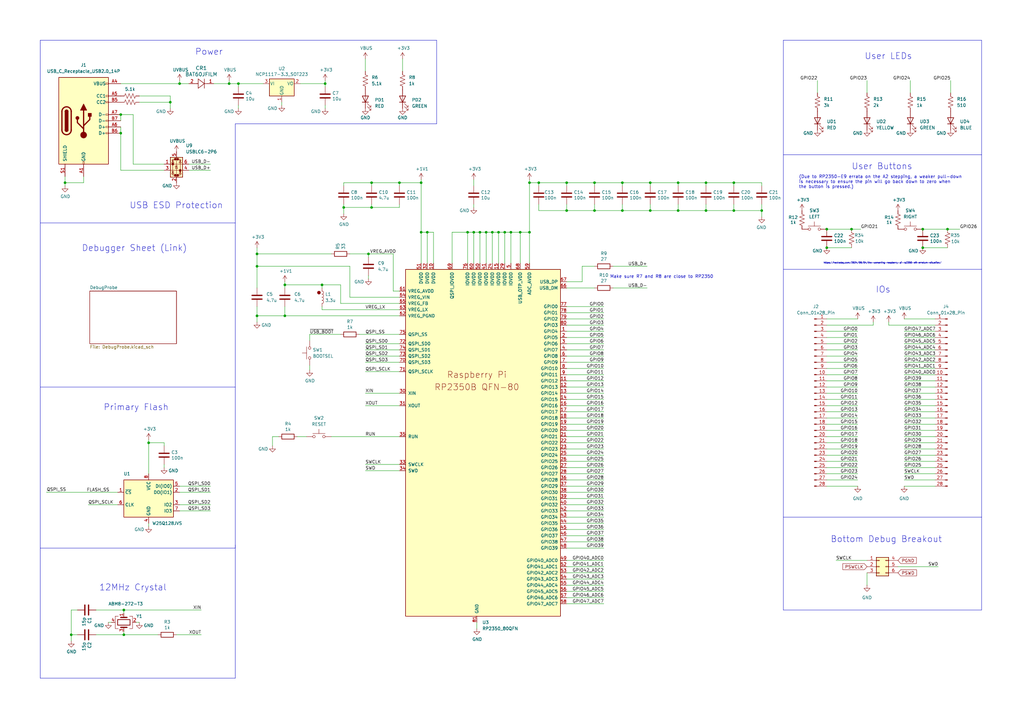
<source format=kicad_sch>
(kicad_sch (version 20231120) (generator "eeschema") (generator_version "8.0")
  (paper "A3")
  (title_block (title "Purdue Proton") (date "2025-02-01") (rev "REV3") (company "Author: Niraj Menon") (comment 1 "Based on Custom Design from Raspberry Pi Ltd"))
  (junction (at 116.84 129.54))
  (junction (at 69.85 41.91))
  (junction (at 289.56 74.93))
  (junction (at 105.41 129.54))
  (junction (at 217.17 95.25))
  (junction (at 220.98 74.93))
  (junction (at 191.77 95.25))
  (junction (at 312.42 86.36))
  (junction (at 172.72 95.25))
  (junction (at 388.62 93.98))
  (junction (at 26.67 74.93))
  (junction (at 152.4 85.09))
  (junction (at 217.17 74.93))
  (junction (at 194.31 95.25))
  (junction (at 29.21 260.35))
  (junction (at 243.84 86.36))
  (junction (at 255.27 86.36))
  (junction (at 339.09 93.98))
  (junction (at 207.01 95.25))
  (junction (at 152.4 74.93))
  (junction (at 204.47 95.25))
  (junction (at 300.99 86.36))
  (junction (at 105.41 104.14))
  (junction (at 378.46 101.6))
  (junction (at 339.09 101.6))
  (junction (at 278.13 86.36))
  (junction (at 201.93 95.25))
  (junction (at 232.41 74.93))
  (junction (at 60.96 181.61))
  (junction (at 196.85 95.25))
  (junction (at 255.27 74.93))
  (junction (at 151.13 104.14))
  (junction (at 133.35 34.29))
  (junction (at 172.72 74.93))
  (junction (at 209.55 95.25))
  (junction (at 73.66 34.29))
  (junction (at 289.56 86.36))
  (junction (at 300.99 74.93))
  (junction (at 50.8 250.19))
  (junction (at 349.25 93.98))
  (junction (at 163.83 74.93))
  (junction (at 378.46 93.98))
  (junction (at 232.41 86.36))
  (junction (at 50.8 260.35))
  (junction (at 266.7 74.93))
  (junction (at 132.08 116.84))
  (junction (at 266.7 86.36))
  (junction (at 49.53 54.61))
  (junction (at 97.79 34.29))
  (junction (at 49.53 46.99))
  (junction (at 175.26 95.25))
  (junction (at 278.13 74.93))
  (junction (at 213.36 95.25))
  (junction (at 116.84 116.84))
  (junction (at 93.98 34.29))
  (junction (at 243.84 74.93))
  (junction (at 199.39 95.25))
  (junction (at 140.97 85.09))
  (junction (at 105.41 109.22))
  (wire (pts (xy 93.98 33.02) (xy 93.98 34.29)))
  (wire (pts (xy 232.41 153.67) (xy 247.65 153.67)))
  (wire (pts (xy 105.41 125.73) (xy 105.41 129.54)))
  (wire (pts (xy 351.79 156.21) (xy 339.09 156.21)))
  (wire (pts (xy 383.54 161.29) (xy 370.84 161.29)))
  (polyline (pts (xy 16.51 91.44) (xy 96.52 91.44)))
  (wire (pts (xy 93.98 34.29) (xy 97.79 34.29)))
  (wire (pts (xy 232.41 146.05) (xy 247.65 146.05)))
  (wire (pts (xy 373.38 33.02) (xy 373.38 38.1)))
  (wire (pts (xy 152.4 74.93) (xy 163.83 74.93)))
  (wire (pts (xy 105.41 109.22) (xy 143.51 109.22)))
  (wire (pts (xy 383.54 146.05) (xy 370.84 146.05)))
  (wire (pts (xy 383.54 171.45) (xy 370.84 171.45)))
  (wire (pts (xy 54.61 46.99) (xy 49.53 46.99)))
  (wire (pts (xy 266.7 76.2) (xy 266.7 74.93)))
  (wire (pts (xy 266.7 83.82) (xy 266.7 86.36)))
  (wire (pts (xy 232.41 143.51) (xy 247.65 143.51)))
  (wire (pts (xy 105.41 129.54) (xy 105.41 132.08)))
  (wire (pts (xy 364.49 133.35) (xy 383.54 133.35)))
  (wire (pts (xy 351.79 161.29) (xy 339.09 161.29)))
  (wire (pts (xy 204.47 95.25) (xy 207.01 95.25)))
  (wire (pts (xy 152.4 76.2) (xy 152.4 74.93)))
  (wire (pts (xy 163.83 152.4) (xy 149.86 152.4)))
  (wire (pts (xy 152.4 85.09) (xy 163.83 85.09)))
  (wire (pts (xy 57.15 41.91) (xy 69.85 41.91)))
  (wire (pts (xy 370.84 189.23) (xy 383.54 189.23)))
  (wire (pts (xy 140.97 83.82) (xy 140.97 85.09)))
  (polyline (pts (xy 402.59 110.49) (xy 321.31 110.49)))
  (wire (pts (xy 232.41 115.57) (xy 238.76 115.57)))
  (wire (pts (xy 49.53 54.61) (xy 49.53 69.85)))
  (wire (pts (xy 232.41 247.65) (xy 247.65 247.65)))
  (wire (pts (xy 351.79 166.37) (xy 339.09 166.37)))
  (wire (pts (xy 339.09 181.61) (xy 351.79 181.61)))
  (wire (pts (xy 339.09 186.69) (xy 351.79 186.69)))
  (wire (pts (xy 232.41 245.11) (xy 247.65 245.11)))
  (wire (pts (xy 278.13 76.2) (xy 278.13 74.93)))
  (wire (pts (xy 163.83 190.5) (xy 149.86 190.5)))
  (wire (pts (xy 232.41 232.41) (xy 247.65 232.41)))
  (wire (pts (xy 383.54 158.75) (xy 370.84 158.75)))
  (wire (pts (xy 39.37 260.35) (xy 50.8 260.35)))
  (wire (pts (xy 139.7 116.84) (xy 132.08 116.84)))
  (wire (pts (xy 255.27 76.2) (xy 255.27 74.93)))
  (wire (pts (xy 143.51 104.14) (xy 151.13 104.14)))
  (wire (pts (xy 105.41 104.14) (xy 135.89 104.14)))
  (wire (pts (xy 255.27 83.82) (xy 255.27 86.36)))
  (wire (pts (xy 151.13 104.14) (xy 161.29 104.14)))
  (polyline (pts (xy 16.51 17.78) (xy 16.51 224.79)))
  (wire (pts (xy 232.41 125.73) (xy 247.65 125.73)))
  (wire (pts (xy 383.54 166.37) (xy 370.84 166.37)))
  (wire (pts (xy 232.41 212.09) (xy 247.65 212.09)))
  (wire (pts (xy 196.85 107.95) (xy 196.85 95.25)))
  (wire (pts (xy 54.61 67.31) (xy 67.31 67.31)))
  (wire (pts (xy 232.41 199.39) (xy 247.65 199.39)))
  (wire (pts (xy 217.17 95.25) (xy 217.17 107.95)))
  (wire (pts (xy 127 137.16) (xy 127 139.7)))
  (wire (pts (xy 209.55 95.25) (xy 209.55 107.95)))
  (wire (pts (xy 185.42 107.95) (xy 185.42 95.25)))
  (wire (pts (xy 69.85 41.91) (xy 69.85 39.37)))
  (polyline (pts (xy 96.52 224.79) (xy 96.52 158.75)))
  (wire (pts (xy 60.96 180.34) (xy 60.96 181.61)))
  (wire (pts (xy 289.56 74.93) (xy 300.99 74.93)))
  (polyline (pts (xy 96.52 50.8) (xy 179.07 50.8)))
  (wire (pts (xy 339.09 176.53) (xy 351.79 176.53)))
  (wire (pts (xy 300.99 86.36) (xy 289.56 86.36)))
  (wire (pts (xy 351.79 168.91) (xy 339.09 168.91)))
  (wire (pts (xy 26.67 72.39) (xy 26.67 74.93)))
  (wire (pts (xy 199.39 95.25) (xy 201.93 95.25)))
  (wire (pts (xy 232.41 173.99) (xy 247.65 173.99)))
  (wire (pts (xy 266.7 86.36) (xy 255.27 86.36)))
  (wire (pts (xy 300.99 83.82) (xy 300.99 86.36)))
  (wire (pts (xy 172.72 74.93) (xy 172.72 95.25)))
  (wire (pts (xy 194.31 95.25) (xy 196.85 95.25)))
  (wire (pts (xy 143.51 109.22) (xy 143.51 121.92)))
  (wire (pts (xy 232.41 156.21) (xy 247.65 156.21)))
  (wire (pts (xy 199.39 107.95) (xy 199.39 95.25)))
  (wire (pts (xy 55.88 255.27) (xy 57.15 255.27)))
  (wire (pts (xy 370.84 184.15) (xy 383.54 184.15)))
  (wire (pts (xy 196.85 95.25) (xy 199.39 95.25)))
  (wire (pts (xy 339.09 101.6) (xy 349.25 101.6)))
  (wire (pts (xy 232.41 194.31) (xy 247.65 194.31)))
  (polyline (pts (xy 96.52 158.75) (xy 96.52 91.44)))
  (wire (pts (xy 114.3 179.07) (xy 111.76 179.07)))
  (wire (pts (xy 266.7 74.93) (xy 278.13 74.93)))
  (wire (pts (xy 232.41 74.93) (xy 243.84 74.93)))
  (wire (pts (xy 105.41 129.54) (xy 116.84 129.54)))
  (wire (pts (xy 232.41 171.45) (xy 247.65 171.45)))
  (wire (pts (xy 132.08 127) (xy 163.83 127)))
  (wire (pts (xy 232.41 83.82) (xy 232.41 86.36)))
  (wire (pts (xy 31.75 260.35) (xy 29.21 260.35)))
  (wire (pts (xy 232.41 148.59) (xy 247.65 148.59)))
  (wire (pts (xy 232.41 196.85) (xy 247.65 196.85)))
  (polyline (pts (xy 16.51 278.13) (xy 96.52 278.13)))
  (wire (pts (xy 73.66 209.55) (xy 86.36 209.55)))
  (wire (pts (xy 116.84 115.57) (xy 116.84 116.84)))
  (wire (pts (xy 147.32 137.16) (xy 163.83 137.16)))
  (wire (pts (xy 133.35 34.29) (xy 133.35 33.02)))
  (wire (pts (xy 140.97 76.2) (xy 140.97 74.93)))
  (wire (pts (xy 389.89 33.02) (xy 389.89 38.1)))
  (wire (pts (xy 339.09 179.07) (xy 351.79 179.07)))
  (wire (pts (xy 151.13 114.3) (xy 151.13 113.03)))
  (wire (pts (xy 123.19 34.29) (xy 133.35 34.29)))
  (wire (pts (xy 132.08 127) (xy 132.08 125.73)))
  (wire (pts (xy 151.13 104.14) (xy 151.13 105.41)))
  (polyline (pts (xy 402.59 250.19) (xy 402.59 212.09)))
  (wire (pts (xy 383.54 173.99) (xy 370.84 173.99)))
  (wire (pts (xy 207.01 95.25) (xy 209.55 95.25)))
  (wire (pts (xy 351.79 158.75) (xy 339.09 158.75)))
  (wire (pts (xy 133.35 35.56) (xy 133.35 34.29)))
  (wire (pts (xy 383.54 156.21) (xy 370.84 156.21)))
  (wire (pts (xy 232.41 207.01) (xy 247.65 207.01)))
  (wire (pts (xy 29.21 260.35) (xy 29.21 262.89)))
  (wire (pts (xy 60.96 214.63) (xy 60.96 215.9)))
  (wire (pts (xy 232.41 168.91) (xy 247.65 168.91)))
  (wire (pts (xy 69.85 39.37) (xy 57.15 39.37)))
  (wire (pts (xy 383.54 140.97) (xy 370.84 140.97)))
  (wire (pts (xy 251.46 118.11) (xy 265.43 118.11)))
  (wire (pts (xy 172.72 95.25) (xy 172.72 107.95)))
  (wire (pts (xy 139.7 124.46) (xy 139.7 116.84)))
  (wire (pts (xy 232.41 217.17) (xy 247.65 217.17)))
  (wire (pts (xy 44.45 255.27) (xy 45.72 255.27)))
  (wire (pts (xy 383.54 163.83) (xy 370.84 163.83)))
  (wire (pts (xy 383.54 138.43) (xy 370.84 138.43)))
  (polyline (pts (xy 402.59 110.49) (xy 402.59 63.5)))
  (wire (pts (xy 232.41 229.87) (xy 247.65 229.87)))
  (wire (pts (xy 232.41 130.81) (xy 247.65 130.81)))
  (wire (pts (xy 368.3 232.41) (xy 384.81 232.41)))
  (wire (pts (xy 232.41 189.23) (xy 247.65 189.23)))
  (wire (pts (xy 232.41 138.43) (xy 247.65 138.43)))
  (wire (pts (xy 351.79 148.59) (xy 339.09 148.59)))
  (wire (pts (xy 140.97 85.09) (xy 140.97 87.63)))
  (wire (pts (xy 201.93 95.25) (xy 204.47 95.25)))
  (wire (pts (xy 54.61 67.31) (xy 54.61 46.99)))
  (wire (pts (xy 351.79 171.45) (xy 339.09 171.45)))
  (wire (pts (xy 232.41 140.97) (xy 247.65 140.97)))
  (wire (pts (xy 355.6 240.03) (xy 355.6 234.95)))
  (wire (pts (xy 152.4 83.82) (xy 152.4 85.09)))
  (wire (pts (xy 300.99 74.93) (xy 312.42 74.93)))
  (wire (pts (xy 243.84 76.2) (xy 243.84 74.93)))
  (wire (pts (xy 26.67 74.93) (xy 26.67 76.2)))
  (wire (pts (xy 358.14 133.35) (xy 358.14 132.08)))
  (wire (pts (xy 60.96 181.61) (xy 60.96 194.31)))
  (wire (pts (xy 39.37 250.19) (xy 50.8 250.19)))
  (wire (pts (xy 73.66 207.01) (xy 86.36 207.01)))
  (wire (pts (xy 149.86 161.29) (xy 163.83 161.29)))
  (wire (pts (xy 195.58 255.27) (xy 195.58 257.81)))
  (wire (pts (xy 355.6 33.02) (xy 355.6 38.1)))
  (wire (pts (xy 349.25 93.98) (xy 353.06 93.98)))
  (wire (pts (xy 149.86 146.05) (xy 163.83 146.05)))
  (wire (pts (xy 339.09 191.77) (xy 351.79 191.77)))
  (wire (pts (xy 29.21 250.19) (xy 29.21 260.35)))
  (wire (pts (xy 370.84 179.07) (xy 383.54 179.07)))
  (wire (pts (xy 177.8 95.25) (xy 177.8 107.95)))
  (wire (pts (xy 191.77 107.95) (xy 191.77 95.25)))
  (wire (pts (xy 370.84 196.85) (xy 383.54 196.85)))
  (wire (pts (xy 140.97 74.93) (xy 152.4 74.93)))
  (wire (pts (xy 370.84 194.31) (xy 383.54 194.31)))
  (wire (pts (xy 370.84 181.61) (xy 383.54 181.61)))
  (wire (pts (xy 232.41 166.37) (xy 247.65 166.37)))
  (wire (pts (xy 36.195 207.01) (xy 48.26 207.01)))
  (wire (pts (xy 383.54 135.89) (xy 370.84 135.89)))
  (wire (pts (xy 67.31 181.61) (xy 60.96 181.61)))
  (wire (pts (xy 232.41 204.47) (xy 247.65 204.47)))
  (wire (pts (xy 312.42 76.2) (xy 312.42 74.93)))
  (wire (pts (xy 149.86 140.97) (xy 163.83 140.97)))
  (wire (pts (xy 339.09 184.15) (xy 351.79 184.15)))
  (wire (pts (xy 238.76 109.22) (xy 238.76 115.57)))
  (polyline (pts (xy 321.31 212.09) (xy 402.59 212.09)))
  (wire (pts (xy 289.56 83.82) (xy 289.56 86.36)))
  (wire (pts (xy 217.17 73.66) (xy 217.17 74.93)))
  (wire (pts (xy 289.56 76.2) (xy 289.56 74.93)))
  (wire (pts (xy 364.49 133.35) (xy 364.49 132.08)))
  (wire (pts (xy 149.86 143.51) (xy 163.83 143.51)))
  (wire (pts (xy 149.86 148.59) (xy 163.83 148.59)))
  (wire (pts (xy 50.8 259.08) (xy 50.8 260.35)))
  (wire (pts (xy 388.62 93.98) (xy 393.7 93.98)))
  (wire (pts (xy 300.99 76.2) (xy 300.99 74.93)))
  (polyline (pts (xy 96.52 91.44) (xy 96.52 50.8)))
  (wire (pts (xy 243.84 74.93) (xy 255.27 74.93)))
  (wire (pts (xy 121.92 179.07) (xy 125.73 179.07)))
  (wire (pts (xy 312.42 86.36) (xy 300.99 86.36)))
  (wire (pts (xy 67.31 182.88) (xy 67.31 181.61)))
  (wire (pts (xy 232.41 184.15) (xy 247.65 184.15)))
  (wire (pts (xy 194.31 73.66) (xy 194.31 76.2)))
  (wire (pts (xy 97.79 35.56) (xy 97.79 34.29)))
  (wire (pts (xy 378.46 101.6) (xy 388.62 101.6)))
  (wire (pts (xy 163.83 74.93) (xy 172.72 74.93)))
  (wire (pts (xy 383.54 148.59) (xy 370.84 148.59)))
  (wire (pts (xy 49.53 69.85) (xy 67.31 69.85)))
  (wire (pts (xy 278.13 74.93) (xy 289.56 74.93)))
  (wire (pts (xy 116.84 129.54) (xy 163.83 129.54)))
  (wire (pts (xy 289.56 86.36) (xy 278.13 86.36)))
  (wire (pts (xy 335.28 33.02) (xy 335.28 38.1)))
  (wire (pts (xy 115.57 41.91) (xy 115.57 43.18)))
  (wire (pts (xy 19.1374 201.7912) (xy 19.1374 201.93)))
  (wire (pts (xy 232.41 234.95) (xy 247.65 234.95)))
  (wire (pts (xy 217.17 74.93) (xy 220.98 74.93)))
  (wire (pts (xy 165.1 24.13) (xy 165.1 29.21)))
  (wire (pts (xy 116.84 125.73) (xy 116.84 129.54)))
  (wire (pts (xy 19.1374 201.93) (xy 48.26 201.93)))
  (wire (pts (xy 87.63 34.29) (xy 93.98 34.29)))
  (wire (pts (xy 370.84 186.69) (xy 383.54 186.69)))
  (wire (pts (xy 339.09 194.31) (xy 351.79 194.31)))
  (wire (pts (xy 161.29 104.14) (xy 161.29 119.38)))
  (wire (pts (xy 278.13 83.82) (xy 278.13 86.36)))
  (wire (pts (xy 378.46 93.98) (xy 388.62 93.98)))
  (wire (pts (xy 351.79 199.39) (xy 339.09 199.39)))
  (wire (pts (xy 163.83 193.04) (xy 149.86 193.04)))
  (wire (pts (xy 238.76 109.22) (xy 243.84 109.22)))
  (wire (pts (xy 232.41 237.49) (xy 247.65 237.49)))
  (wire (pts (xy 232.41 176.53) (xy 247.65 176.53)))
  (wire (pts (xy 139.7 137.16) (xy 127 137.16)))
  (wire (pts (xy 175.26 95.25) (xy 177.8 95.25)))
  (wire (pts (xy 50.8 260.35) (xy 64.77 260.35)))
  (wire (pts (xy 351.79 173.99) (xy 339.09 173.99)))
  (wire (pts (xy 161.29 119.38) (xy 163.83 119.38)))
  (wire (pts (xy 194.31 107.95) (xy 194.31 95.25)))
  (polyline (pts (xy 16.51 158.75) (xy 96.52 158.75)))
  (wire (pts (xy 73.66 33.02) (xy 73.66 34.29)))
  (wire (pts (xy 127 149.86) (xy 127 151.765)))
  (polyline (pts (xy 179.07 50.8) (xy 179.07 16.51)))
  (wire (pts (xy 370.84 191.77) (xy 383.54 191.77)))
  (wire (pts (xy 243.84 83.82) (xy 243.84 86.36)))
  (wire (pts (xy 31.75 250.19) (xy 29.21 250.19)))
  (wire (pts (xy 69.85 44.45) (xy 69.85 41.91)))
  (wire (pts (xy 232.41 224.79) (xy 247.65 224.79)))
  (wire (pts (xy 339.09 189.23) (xy 351.79 189.23)))
  (wire (pts (xy 251.46 109.22) (xy 265.43 109.22)))
  (wire (pts (xy 351.79 153.67) (xy 339.09 153.67)))
  (wire (pts (xy 351.79 146.05) (xy 339.09 146.05)))
  (wire (pts (xy 232.41 186.69) (xy 247.65 186.69)))
  (wire (pts (xy 207.01 107.95) (xy 207.01 95.25)))
  (wire (pts (xy 351.79 135.89) (xy 339.09 135.89)))
  (wire (pts (xy 172.72 73.66) (xy 172.72 74.93)))
  (wire (pts (xy 105.41 104.14) (xy 105.41 109.22)))
  (polyline (pts (xy 96.52 278.13) (xy 96.52 223.52)))
  (wire (pts (xy 232.41 181.61) (xy 247.65 181.61)))
  (wire (pts (xy 116.84 116.84) (xy 132.08 116.84)))
  (wire (pts (xy 213.36 107.95) (xy 213.36 95.25)))
  (wire (pts (xy 312.42 86.36) (xy 312.42 88.9)))
  (wire (pts (xy 383.54 153.67) (xy 370.84 153.67)))
  (wire (pts (xy 213.36 95.25) (xy 217.17 95.25)))
  (wire (pts (xy 209.55 95.25) (xy 213.36 95.25)))
  (wire (pts (xy 107.95 34.29) (xy 97.79 34.29)))
  (wire (pts (xy 383.54 168.91) (xy 370.84 168.91)))
  (wire (pts (xy 97.79 43.18) (xy 97.79 44.45)))
  (wire (pts (xy 232.41 209.55) (xy 247.65 209.55)))
  (polyline (pts (xy 402.59 63.5) (xy 321.31 63.5)))
  (wire (pts (xy 243.84 86.36) (xy 232.41 86.36)))
  (wire (pts (xy 149.86 24.13) (xy 149.86 29.21)))
  (wire (pts (xy 255.27 86.36) (xy 243.84 86.36)))
  (wire (pts (xy 50.8 250.19) (xy 82.55 250.19)))
  (wire (pts (xy 342.9 229.87) (xy 355.6 229.87)))
  (polyline (pts (xy 16.51 224.79) (xy 16.51 278.13)))
  (wire (pts (xy 351.79 140.97) (xy 339.09 140.97)))
  (wire (pts (xy 232.41 151.13) (xy 247.65 151.13)))
  (wire (pts (xy 220.98 74.93) (xy 232.41 74.93)))
  (wire (pts (xy 105.41 101.6) (xy 105.41 104.14)))
  (wire (pts (xy 132.08 116.84) (xy 132.08 118.11)))
  (wire (pts (xy 191.77 95.25) (xy 194.31 95.25)))
  (wire (pts (xy 232.41 219.71) (xy 247.65 219.71)))
  (polyline (pts (xy 402.59 212.09) (xy 402.59 110.49)))
  (wire (pts (xy 201.93 107.95) (xy 201.93 95.25)))
  (wire (pts (xy 351.79 163.83) (xy 339.09 163.83)))
  (wire (pts (xy 232.41 222.25) (xy 247.65 222.25)))
  (wire (pts (xy 220.98 76.2) (xy 220.98 74.93)))
  (wire (pts (xy 339.09 196.85) (xy 351.79 196.85)))
  (wire (pts (xy 339.09 93.98) (xy 349.25 93.98)))
  (wire (pts (xy 49.53 34.29) (xy 73.66 34.29)))
  (wire (pts (xy 232.41 201.93) (xy 247.65 201.93)))
  (wire (pts (xy 232.41 191.77) (xy 247.65 191.77)))
  (wire (pts (xy 77.47 69.85) (xy 86.36 69.85)))
  (wire (pts (xy 351.79 138.43) (xy 339.09 138.43)))
  (wire (pts (xy 163.83 76.2) (xy 163.83 74.93)))
  (wire (pts (xy 34.29 72.39) (xy 34.29 74.93)))
  (wire (pts (xy 232.41 133.35) (xy 247.65 133.35)))
  (wire (pts (xy 232.41 163.83) (xy 247.65 163.83)))
  (wire (pts (xy 232.41 179.07) (xy 247.65 179.07)))
  (wire (pts (xy 278.13 86.36) (xy 266.7 86.36)))
  (wire (pts (xy 232.41 135.89) (xy 247.65 135.89)))
  (wire (pts (xy 140.97 85.09) (xy 152.4 85.09)))
  (wire (pts (xy 358.14 133.35) (xy 339.09 133.35)))
  (wire (pts (xy 185.42 95.25) (xy 191.77 95.25)))
  (wire (pts (xy 383.54 143.51) (xy 370.84 143.51)))
  (polyline (pts (xy 16.51 16.51) (xy 16.51 17.78)))
  (polyline (pts (xy 321.31 250.19) (xy 402.59 250.19)))
  (wire (pts (xy 232.41 214.63) (xy 247.65 214.63)))
  (wire (pts (xy 383.54 199.39) (xy 370.84 199.39)))
  (wire (pts (xy 143.51 121.92) (xy 163.83 121.92)))
  (wire (pts (xy 175.26 95.25) (xy 172.72 95.25)))
  (wire (pts (xy 204.47 95.25) (xy 204.47 107.95)))
  (polyline (pts (xy 16.51 224.79) (xy 96.52 224.79)))
  (wire (pts (xy 163.83 124.46) (xy 139.7 124.46)))
  (wire (pts (xy 73.66 34.29) (xy 77.47 34.29)))
  (wire (pts (xy 339.09 130.81) (xy 351.79 130.81)))
  (polyline (pts (xy 402.59 16.51) (xy 321.31 16.51)))
  (wire (pts (xy 232.41 76.2) (xy 232.41 74.93)))
  (wire (pts (xy 232.41 118.11) (xy 243.84 118.11)))
  (wire (pts (xy 232.41 86.36) (xy 220.98 86.36)))
  (wire (pts (xy 111.76 179.07) (xy 111.76 182.88)))
  (wire (pts (xy 220.98 83.82) (xy 220.98 86.36)))
  (wire (pts (xy 50.8 251.46) (xy 50.8 250.19)))
  (wire (pts (xy 351.79 151.13) (xy 339.09 151.13)))
  (wire (pts (xy 383.54 130.81) (xy 370.84 130.81)))
  (wire (pts (xy 217.17 74.93) (xy 217.17 95.25)))
  (wire (pts (xy 116.84 118.11) (xy 116.84 116.84)))
  (wire (pts (xy 232.41 158.75) (xy 247.65 158.75)))
  (wire (pts (xy 232.41 128.27) (xy 247.65 128.27)))
  (wire (pts (xy 77.47 67.31) (xy 86.36 67.31)))
  (wire (pts (xy 232.41 240.03) (xy 247.65 240.03)))
  (wire (pts (xy 194.31 83.82) (xy 194.31 85.09)))
  (wire (pts (xy 72.39 260.35) (xy 82.55 260.35)))
  (wire (pts (xy 49.53 46.99) (xy 49.53 49.53)))
  (wire (pts (xy 232.41 242.57) (xy 247.65 242.57)))
  (wire (pts (xy 73.66 199.39) (xy 86.36 199.39)))
  (wire (pts (xy 351.79 143.51) (xy 339.09 143.51)))
  (wire (pts (xy 255.27 74.93) (xy 266.7 74.93)))
  (wire (pts (xy 163.83 166.37) (xy 149.86 166.37)))
  (polyline (pts (xy 402.59 63.5) (xy 402.59 16.51)))
  (wire (pts (xy 383.54 151.13) (xy 370.84 151.13)))
  (wire (pts (xy 383.54 176.53) (xy 370.84 176.53)))
  (wire (pts (xy 73.66 201.93) (xy 86.36 201.93)))
  (wire (pts (xy 163.83 85.09) (xy 163.83 83.82)))
  (wire (pts (xy 105.41 109.22) (xy 105.41 118.11)))
  (wire (pts (xy 133.35 43.18) (xy 133.35 44.45)))
  (wire (pts (xy 34.29 74.93) (xy 26.67 74.93)))
  (wire (pts (xy 175.26 107.95) (xy 175.26 95.25)))
  (wire (pts (xy 135.89 179.07) (xy 163.83 179.07)))
  (wire (pts (xy 312.42 83.82) (xy 312.42 86.36)))
  (wire (pts (xy 49.53 54.61) (xy 49.53 52.07)))
  (polyline (pts (xy 16.51 16.51) (xy 179.07 16.51)))
  (polyline (pts (xy 321.31 16.51) (xy 321.31 250.19)))
  (wire (pts (xy 67.31 190.5) (xy 67.31 191.77)))
  (wire (pts (xy 232.41 161.29) (xy 247.65 161.29)))
  (circle (center 130.81 120.015) (radius 0.635) (stroke (width 0) (color 132 0 0 1)) (fill (type color) (color 132 0 0 1)))
  (text "https://hackaday.com/2024/09/04/the-worsening-raspberry-pi-rp2350-e9-erratum-situation/" (at 361.95 107.95 0) (effects (font (size 0.635 0.635))))
  (text "IOs" (at 359.156 120.396 0) (effects (font (size 2.54 2.54)) (justify left bottom)))
  (text "12MHz Crystal" (at 40.64 242.57 0) (effects (font (size 2.54 2.54)) (justify left bottom)))
  (text "Bottom Debug Breakout" (at 340.614 222.758 0) (effects (font (size 2.54 2.54)) (justify left bottom)))
  (text "Primary Flash" (at 42.418 168.656 0) (effects (font (size 2.54 2.54)) (justify left bottom)))
  (text "User LEDs" (at 354.584 24.638 0) (effects (font (size 2.54 2.54)) (justify left bottom)))
  (text "Make sure R7 and R8 are close to RP2350\n" (at 250.19 114.3 0) (effects (font (size 1.27 1.27)) (justify left bottom)))
  (text "Debugger Sheet (Link)" (at 33.528 103.378 0) (effects (font (size 2.54 2.54)) (justify left bottom)))
  (text "USB ESD Protection" (at 53.086 85.852 0) (effects (font (size 2.54 2.54)) (justify left bottom)))
  (text "User Buttons" (at 349.25 69.85 0) (effects (font (size 2.54 2.54)) (justify left bottom)))
  (text "Power" (at 80.01 22.86 0) (effects (font (size 2.54 2.54)) (justify left bottom)))
  (text "(Due to RP2350-E9 errata on the A2 stepping, a weaker pull-down \nis necessary to ensure the pin will go back down to zero when \nthe button is pressed.)" (at 327.66 77.47 0) (effects (font (size 1.27 1.27)) (justify left bottom)))
  (label "XIN" (at 149.86 161.29 0))
  (label "GPIO44_ADC4" (at 370.84 143.51 0))
  (label "USB_D+" (at 265.43 109.22 180))
  (label "GPIO33" (at 247.65 209.55 180))
  (label "GPIO40_ADC0" (at 247.65 229.87 180))
  (label "GPIO32" (at 247.65 207.01 180))
  (label "GPIO45_ADC5" (at 247.65 242.57 180))
  (label "GPIO43_ADC3" (at 370.84 146.05 0))
  (label "GPIO33" (at 370.84 171.45 0))
  (label "GPIO23" (at 355.6 33.02 180))
  (label "GPIO41_ADC1" (at 247.65 232.41 180))
  (label "GPIO28" (at 370.84 184.15 0))
  (label "GPIO11" (at 351.79 163.83 180))
  (label "XOUT" (at 149.86 166.37 0))
  (label "GPIO3" (at 351.79 143.51 180))
  (label "GPIO18" (at 247.65 171.45 180))
  (label "GPIO15" (at 351.79 173.99 180))
  (label "GPIO39" (at 370.84 156.21 0))
  (label "~{USB_BOOT}" (at 127 137.16 0))
  (label "GPIO38" (at 370.84 158.75 0))
  (label "GPIO8" (at 351.79 156.21 180))
  (label "SWCLK" (at 370.84 194.31 0))
  (label "GPIO31" (at 370.84 176.53 0))
  (label "GPIO35" (at 370.84 166.37 0))
  (label "GPIO1" (at 351.79 138.43 180))
  (label "GPIO46_ADC6" (at 370.84 138.43 0))
  (label "GPIO12" (at 247.65 156.21 180))
  (label "GPIO36" (at 370.84 163.83 0))
  (label "GPIO8" (at 247.65 146.05 180))
  (label "QSPI_SD2" (at 86.36 207.01 180))
  (label "GPIO45_ADC5" (at 370.84 140.97 0))
  (label "GPIO3" (at 247.65 133.35 180))
  (label "GPIO25" (at 247.65 189.23 180))
  (label "USB_D-" (at 86.36 67.31 180))
  (label "GPIO24" (at 351.79 196.85 180))
  (label "GPIO21" (at 351.79 189.23 180))
  (label "GPIO13" (at 247.65 158.75 180))
  (label "GPIO36" (at 247.65 217.17 180))
  (label "GPIO2" (at 247.65 130.81 180))
  (label "XIN" (at 82.55 250.19 180))
  (label "GPIO38" (at 247.65 222.25 180))
  (label "USB_D+" (at 86.36 69.85 180))
  (label "GPIO19" (at 351.79 184.15 180))
  (label "SWD" (at 384.81 232.41 180))
  (label "RUN" (at 149.86 179.07 0))
  (label "GPIO16" (at 247.65 166.37 180))
  (label "QSPI_SD0" (at 149.86 140.97 0))
  (label "GPIO5" (at 247.65 138.43 180))
  (label "QSPI_SD0" (at 86.36 199.39 180))
  (label "GPIO43_ADC3" (at 247.65 237.49 180))
  (label "GPIO34" (at 370.84 168.91 0))
  (label "QSPI_SS" (at 149.86 137.16 0))
  (label "SWCLK" (at 149.86 190.5 0))
  (label "GPIO1" (at 247.65 128.27 180))
  (label "GPIO21" (at 247.65 179.07 180))
  (label "GPIO25" (at 370.84 191.77 0))
  (label "GPIO35" (at 247.65 214.63 180))
  (label "GPIO37" (at 247.65 219.71 180))
  (label "GPIO20" (at 247.65 176.53 180))
  (label "GPIO40_ADC0" (at 370.84 153.67 0))
  (label "GPIO32" (at 370.84 173.99 0))
  (label "GPIO12" (at 351.79 166.37 180))
  (label "GPIO10" (at 351.79 161.29 180))
  (label "GPIO37" (at 370.84 161.29 0))
  (label "GPIO7" (at 247.65 143.51 180))
  (label "GPIO22" (at 335.28 33.02 180))
  (label "QSPI_SD3" (at 86.36 209.55 180))
  (label "XOUT" (at 82.55 260.35 180))
  (label "GPIO17" (at 247.65 168.91 180))
  (label "GPIO7" (at 351.79 153.67 180))
  (label "GPIO47_ADC7" (at 247.65 247.65 180))
  (label "GPIO17" (at 351.79 179.07 180))
  (label "GPIO20" (at 351.79 186.69 180))
  (label "GPIO39" (at 247.65 224.79 180))
  (label "QSPI_SS" (at 19.1374 201.7912 0))
  (label "GPIO29" (at 247.65 199.39 180))
  (label "QSPI_SD2" (at 149.86 146.05 0))
  (label "FLASH_SS" (at 35.56 201.93 0))
  (label "VREG_LX" (at 149.86 127 0))
  (label "GPIO6" (at 247.65 140.97 180))
  (label "GPIO21" (at 353.06 93.98 0))
  (label "GPIO42_ADC2" (at 247.65 234.95 180))
  (label "GPIO31" (at 247.65 204.47 180))
  (label "USB_D-" (at 265.43 118.11 180))
  (label "GPIO10" (at 247.65 151.13 180))
  (label "GPIO6" (at 351.79 151.13 180))
  (label "GPIO28" (at 247.65 196.85 180))
  (label "GPIO0" (at 247.65 125.73 180))
  (label "GPIO14" (at 247.65 161.29 180))
  (label "VREG_AVDD" (at 151.765 104.14 0))
  (label "GPIO23" (at 247.65 184.15 180))
  (label "GPIO15" (at 247.65 163.83 180))
  (label "GPIO9" (at 247.65 148.59 180))
  (label "GPIO18" (at 351.79 181.61 180))
  (label "GPIO0" (at 351.79 135.89 180))
  (label "GPIO27" (at 247.65 194.31 180))
  (label "GPIO23" (at 351.79 194.31 180))
  (label "QSPI_SD1" (at 149.86 143.51 0))
  (label "GPIO42_ADC2" (at 370.84 148.59 0))
  (label "GPIO24" (at 373.38 33.02 180))
  (label "GPIO29" (at 370.84 181.61 0))
  (label "GPIO44_ADC4" (at 247.65 240.03 180))
  (label "SWCLK" (at 342.9 229.87 0))
  (label "GPIO4" (at 351.79 146.05 180))
  (label "GPIO30" (at 247.65 201.93 180))
  (label "QSPI_SCLK" (at 149.86 152.4 0))
  (label "QSPI_SCLK" (at 36.195 207.01 0))
  (label "GPIO13" (at 351.79 168.91 180))
  (label "GPIO34" (at 247.65 212.09 180))
  (label "GPIO27" (at 370.84 186.69 0))
  (label "GPIO2" (at 351.79 140.97 180))
  (label "GPIO22" (at 247.65 181.61 180))
  (label "GPIO26" (at 370.84 189.23 0))
  (label "GPIO14" (at 351.79 171.45 180))
  (label "GPIO46_ADC6" (at 247.65 245.11 180))
  (label "GPIO47_ADC7" (at 370.84 135.89 0))
  (label "GPIO11" (at 247.65 153.67 180))
  (label "SWD" (at 370.84 196.85 0))
  (label "GPIO25" (at 389.89 33.02 180))
  (label "GPIO16" (at 351.79 176.53 180))
  (label "QSPI_SD1" (at 86.36 201.93 180))
  (label "SWD" (at 149.86 193.04 0))
  (label "GPIO9" (at 351.79 158.75 180))
  (label "GPIO41_ADC1" (at 370.84 151.13 0))
  (label "GPIO24" (at 247.65 186.69 180))
  (label "GPIO4" (at 247.65 135.89 180))
  (label "GPIO5" (at 351.79 148.59 180))
  (label "GPIO26" (at 393.7 93.98 0))
  (label "QSPI_SD3" (at 149.86 148.59 0))
  (label "GPIO19" (at 247.65 173.99 180))
  (label "GPIO26" (at 247.65 191.77 180))
  (label "GPIO22" (at 351.79 191.77 180))
  (label "GPIO30" (at 370.84 179.07 0))
  (global_label "PSWD" (shape input) (at 368.3 234.95 0) (property "Intersheetrefs" "${INTERSHEET_REFS}" (effects (hide yes))))
  (global_label "PSWCLK" (shape input) (at 355.6 232.41 180) (property "Intersheetrefs" "${INTERSHEET_REFS}" (effects (hide yes))))
  (global_label "PGND" (shape input) (at 368.3 229.87 0) (property "Intersheetrefs" "${INTERSHEET_REFS}" (effects (hide yes))))
  (symbol (lib_id "Device:C") (at 35.56 250.19 270) (unit 1)
    (property "Reference" "C1" (at 36.7284 253.111 0) (effects (justify left)))
    (property "Value" "15p" (at 34.417 253.111 0) (effects (justify left)))
    (property "Footprint" "Capacitor_SMD:C_0402_1005Metric" (effects (hide yes)))
  )
  (symbol (lib_id "Device:C") (at 35.56 260.35 270) (unit 1)
    (property "Reference" "C2" (at 36.7284 263.271 0) (effects (justify left)))
    (property "Value" "15p" (at 34.417 263.271 0) (effects (justify left)))
    (property "Footprint" "Capacitor_SMD:C_0402_1005Metric" (effects (hide yes)))
  )
  (symbol (lib_id "power:GND") (at 29.21 262.89 0) (unit 1)
    (property "Reference" "#PWR0121" (effects (hide yes)))
    (property "Value" "GND" (at 29.337 267.2842 0))
  )
  (symbol (lib_id "Memory_Flash:W25Q128JVS") (at 60.96 204.47 0) (unit 1)
    (property "Reference" "U1" (at 52.07 194.31 0))
    (property "Value" "W25Q128JVS" (at 68.58 214.63 0))
    (property "Footprint" "Package_SO:SOIC-8_5.23x5.23mm_P1.27mm" (effects (hide yes)))
    (property "Datasheet" "http://www.winbond.com/resource-files/w25q128jv_dtr%20revc%2003272018%20plus.pdf" (effects (hide yes)))
  )
  (symbol (lib_id "power:+3V3") (at 60.96 180.34 0) (unit 1)
    (property "Reference" "#PWR0122" (effects (hide yes)))
    (property "Value" "+3V3" (at 61.341 175.9458 0))
  )
  (symbol (lib_id "power:GND") (at 60.96 215.9 0) (unit 1)
    (property "Reference" "#PWR0123" (effects (hide yes)))
    (property "Value" "GND" (at 57.15 217.17 0))
  )
  (symbol (lib_id "Device:C") (at 67.31 186.69 0) (unit 1)
    (property "Reference" "C3" (at 70.231 185.5216 0) (effects (justify left)))
    (property "Value" "100n" (at 70.231 187.833 0) (effects (justify left)))
    (property "Footprint" "Capacitor_SMD:C_0402_1005Metric" (effects (hide yes)))
  )
  (symbol (lib_id "power:GND") (at 67.31 191.77 0) (unit 1)
    (property "Reference" "#PWR0124" (effects (hide yes)))
    (property "Value" "GND" (at 71.12 193.04 0))
  )
  (symbol (lib_id "power:GND") (at 195.58 257.81 0) (unit 1)
    (property "Reference" "#PWR0105" (effects (hide yes)))
    (property "Value" "GND" (at 195.707 262.2042 0))
  )
  (symbol (lib_id "Device:R") (at 247.65 109.22 270) (unit 1)
    (property "Reference" "R9" (at 247.65 103.9622 90))
    (property "Value" "27" (at 247.65 106.2736 90))
    (property "Footprint" "Resistor_SMD:R_0402_1005Metric" (effects (hide yes)))
  )
  (symbol (lib_id "Device:R") (at 247.65 118.11 270) (unit 1)
    (property "Reference" "R10" (at 247.65 112.8522 90))
    (property "Value" "27" (at 247.65 115.1636 90))
    (property "Footprint" "Resistor_SMD:R_0402_1005Metric" (effects (hide yes)))
  )
  (symbol (lib_id "power:+3V3") (at 217.17 73.66 0) (unit 1)
    (property "Reference" "#PWR0102" (effects (hide yes)))
    (property "Value" "+3V3" (at 217.551 69.2658 0))
  )
  (symbol (lib_id "Device:C") (at 243.84 80.01 0) (unit 1)
    (property "Reference" "C15" (at 246.761 78.8416 0) (effects (justify left)))
    (property "Value" "100n" (at 246.761 81.153 0) (effects (justify left)))
    (property "Footprint" "Capacitor_SMD:C_0402_1005Metric" (effects (hide yes)))
  )
  (symbol (lib_id "Device:C") (at 255.27 80.01 0) (unit 1)
    (property "Reference" "C16" (at 258.191 78.8416 0) (effects (justify left)))
    (property "Value" "100n" (at 258.191 81.153 0) (effects (justify left)))
    (property "Footprint" "Capacitor_SMD:C_0402_1005Metric" (effects (hide yes)))
  )
  (symbol (lib_id "Device:C") (at 266.7 80.01 0) (unit 1)
    (property "Reference" "C17" (at 269.621 78.8416 0) (effects (justify left)))
    (property "Value" "100n" (at 269.621 81.153 0) (effects (justify left)))
    (property "Footprint" "Capacitor_SMD:C_0402_1005Metric" (effects (hide yes)))
  )
  (symbol (lib_id "Device:C") (at 278.13 80.01 0) (unit 1)
    (property "Reference" "C18" (at 281.051 78.8416 0) (effects (justify left)))
    (property "Value" "100n" (at 281.051 81.153 0) (effects (justify left)))
    (property "Footprint" "Capacitor_SMD:C_0402_1005Metric" (effects (hide yes)))
  )
  (symbol (lib_id "Device:C") (at 289.56 80.01 0) (unit 1)
    (property "Reference" "C19" (at 292.481 78.8416 0) (effects (justify left)))
    (property "Value" "100n" (at 292.481 81.153 0) (effects (justify left)))
    (property "Footprint" "Capacitor_SMD:C_0402_1005Metric" (effects (hide yes)))
  )
  (symbol (lib_id "Device:C") (at 300.99 80.01 0) (unit 1)
    (property "Reference" "C20" (at 303.911 78.8416 0) (effects (justify left)))
    (property "Value" "100n" (at 303.911 81.153 0) (effects (justify left)))
    (property "Footprint" "Capacitor_SMD:C_0402_1005Metric" (effects (hide yes)))
  )
  (symbol (lib_id "Device:R") (at 68.58 260.35 270) (unit 1)
    (property "Reference" "R3" (at 68.58 255.0922 90))
    (property "Value" "1k" (at 68.58 257.4036 90))
    (property "Footprint" "Resistor_SMD:R_0402_1005Metric" (effects (hide yes)))
  )
  (symbol (lib_id "Device:Crystal_GND24") (at 50.8 255.27 270) (unit 1)
    (property "Reference" "Y1" (at 55.88 252.73 90) (effects (justify left)))
    (property "Value" "ABM8-272-T3" (at 44.45 247.65 90) (effects (justify left)))
    (property "Footprint" "Crystal:Crystal_SMD_3225-4Pin_3.2x2.5mm" (effects (hide yes)))
  )
  (symbol (lib_id "power:+3V3") (at 194.31 73.66 0) (unit 1)
    (property "Reference" "#PWR0104" (effects (hide yes)))
    (property "Value" "+3V3" (at 194.691 69.2658 0))
  )
  (symbol (lib_id "Device:C") (at 194.31 80.01 0) (unit 1)
    (property "Reference" "C12" (at 197.231 78.8416 0) (effects (justify left)))
    (property "Value" "10u" (at 197.231 81.153 0) (effects (justify left)))
    (property "Footprint" "Capacitor_SMD:C_0805_2012Metric" (effects (hide yes)))
  )
  (symbol (lib_id "power:GND") (at 194.31 85.09 0) (unit 1)
    (property "Reference" "#PWR0103" (effects (hide yes)))
    (property "Value" "GND" (at 190.5 86.36 0))
  )
  (symbol (lib_id "power:+3V3") (at 358.14 132.08 0) (unit 1)
    (property "Reference" "#PWR0132" (effects (hide yes)))
    (property "Value" "+3V3" (at 358.521 127.6858 0))
  )
  (symbol (lib_id "power:VBUS") (at 370.84 130.81 0) (unit 1)
    (property "Reference" "#PWR0134" (effects (hide yes)))
    (property "Value" "VBUS" (at 371.221 126.4158 0))
  )
  (symbol (lib_id "BAT60JFILM:BAT60JFILM") (at 77.47 34.29 0) (unit 1)
    (property "Reference" "CR1" (at 82.55 27.94 0) (effects (font (size 1.524 1.524))))
    (property "Value" "BAT60JFILM" (at 82.55 30.48 0) (effects (font (size 1.524 1.524))))
    (property "Footprint" "BAT60JFILM:CR_60JFILM_STM" (effects (hide yes)))
    (property "Datasheet" "BAT60JFILM" (effects (hide yes)))
  )
  (symbol (lib_id "Device:C") (at 97.79 39.37 0) (unit 1)
    (property "Reference" "C4" (at 100.711 38.2016 0) (effects (justify left)))
    (property "Value" "10u" (at 100.711 40.513 0) (effects (justify left)))
    (property "Footprint" "Capacitor_SMD:C_0805_2012Metric" (effects (hide yes)))
  )
  (symbol (lib_id "power:VBUS") (at 73.66 33.02 0) (unit 1)
    (property "Reference" "#PWR0113" (effects (hide yes)))
    (property "Value" "UVBUS" (at 74.041 28.6258 0))
  )
  (symbol (lib_id "power:GND") (at 127 151.765 0) (unit 1)
    (property "Reference" "#PWR0129" (effects (hide yes)))
    (property "Value" "GND" (at 127.127 156.1592 0))
  )
  (symbol (lib_id "Device:C") (at 163.83 80.01 0) (unit 1)
    (property "Reference" "C11" (at 166.751 78.8416 0) (effects (justify left)))
    (property "Value" "100n" (at 166.751 81.153 0) (effects (justify left)))
    (property "Footprint" "Capacitor_SMD:C_0402_1005Metric" (effects (hide yes)))
  )
  (symbol (lib_id "power:VBUS") (at 351.79 130.81 0) (unit 1)
    (property "Reference" "#PWR0131" (effects (hide yes)))
    (property "Value" "VBUS" (at 352.171 126.4158 0))
  )
  (symbol (lib_id "Power_Protection:USBLC6-2P6") (at 72.39 67.31 0) (unit 1)
    (property "Reference" "U9" (at 76.2 59.69 0) (effects (justify left)))
    (property "Value" "USBLC6-2P6" (at 76.2 62.23 0) (effects (justify left)))
    (property "Footprint" "Package_TO_SOT_SMD:SOT-666" (effects (hide yes)))
    (property "Datasheet" "https://www.st.com/resource/en/datasheet/usblc6-2.pdf" (effects (hide yes)))
    (property "Description" "Very low capacitance ESD protection diode, 2 data-line, SOT-666" (effects (hide yes)))
  )
  (symbol (lib_id "Device:LED") (at 355.6 49.53 90) (unit 1)
    (property "Reference" "UD2" (at 359.41 49.8474 90) (effects (justify right)))
    (property "Value" "YELLOW" (at 359.41 52.3874 90) (effects (justify right)))
    (property "Footprint" "LED_SMD:LED_0805_2012Metric" (effects (hide yes)))
    (property "Description" "Light emitting diode" (effects (hide yes)))
  )
  (symbol (lib_id "Device:R_US") (at 389.89 41.91 0) (unit 1)
    (property "Reference" "R16" (at 392.43 40.6399 0) (effects (justify left)))
    (property "Value" "510" (at 392.43 43.1799 0) (effects (justify left)))
    (property "Footprint" "Resistor_SMD:R_0402_1005Metric" (effects (hide yes)))
    (property "Description" "Resistor, US symbol" (effects (hide yes)))
  )
  (symbol (lib_id "Device:R") (at 118.11 179.07 270) (unit 1)
    (property "Reference" "R4" (at 118.11 173.8122 90))
    (property "Value" "1k" (at 118.11 176.1236 90))
    (property "Footprint" "Resistor_SMD:R_0402_1005Metric" (effects (hide yes)))
  )
  (symbol (lib_id "Device:C") (at 232.41 80.01 0) (unit 1)
    (property "Reference" "C14" (at 235.331 78.8416 0) (effects (justify left)))
    (property "Value" "100n" (at 235.331 81.153 0) (effects (justify left)))
    (property "Footprint" "Capacitor_SMD:C_0402_1005Metric" (effects (hide yes)))
  )
  (symbol (lib_id "power:+3V3") (at 328.93 86.36 0) (unit 1)
    (property "Reference" "#PWR0141" (effects (hide yes)))
    (property "Value" "+3V3" (at 329.311 81.9658 0))
  )
  (symbol (lib_id "power:GND") (at 115.57 43.18 0) (unit 1)
    (property "Reference" "#PWR0111" (effects (hide yes)))
    (property "Value" "GND" (at 111.76 44.45 0))
  )
  (symbol (lib_id "Device:LED") (at 149.86 40.64 90) (unit 1)
    (property "Reference" "PD1" (at 153.67 40.9574 90) (effects (justify right)))
    (property "Value" "RED" (at 153.67 43.4974 90) (effects (justify right)))
    (property "Footprint" "LED_SMD:LED_0805_2012Metric" (effects (hide yes)))
    (property "Description" "Light emitting diode" (effects (hide yes)))
  )
  (symbol (lib_id "Device:C") (at 312.42 80.01 0) (unit 1)
    (property "Reference" "C21" (at 315.341 78.8416 0) (effects (justify left)))
    (property "Value" "100n" (at 315.341 81.153 0) (effects (justify left)))
    (property "Footprint" "Capacitor_SMD:C_0402_1005Metric" (effects (hide yes)))
  )
  (symbol (lib_id "power:VBUS") (at 72.39 62.23 0) (unit 1)
    (property "Reference" "#PWR5" (effects (hide yes)))
    (property "Value" "UVBUS" (at 72.771 57.8358 0))
  )
  (symbol (lib_id "power:GND") (at 339.09 101.6 0) (unit 1)
    (property "Reference" "#PWR0142" (effects (hide yes)))
    (property "Value" "GND" (at 335.28 102.87 0))
  )
  (symbol (lib_id "Device:R_US") (at 355.6 41.91 0) (unit 1)
    (property "Reference" "R13" (at 358.14 40.6399 0) (effects (justify left)))
    (property "Value" "2k" (at 358.14 43.1799 0) (effects (justify left)))
    (property "Footprint" "Resistor_SMD:R_0402_1005Metric" (effects (hide yes)))
    (property "Description" "Resistor, US symbol" (effects (hide yes)))
  )
  (symbol (lib_id "power:+1V1") (at 116.84 115.57 0) (unit 1)
    (property "Reference" "#PWR0127" (effects (hide yes)))
    (property "Value" "+1V1" (at 117.221 111.1758 0))
  )
  (symbol (lib_id "power:+3V3") (at 364.49 132.08 0) (unit 1)
    (property "Reference" "#PWR0133" (effects (hide yes)))
    (property "Value" "+3V3" (at 364.871 127.6858 0))
  )
  (symbol (lib_id "Device:C") (at 378.46 97.79 0) (unit 1)
    (property "Reference" "C23" (at 381.381 96.6216 0) (effects (justify left)))
    (property "Value" "100n" (at 381.381 98.933 0) (effects (justify left)))
    (property "Footprint" "Capacitor_SMD:C_0402_1005Metric" (effects (hide yes)))
  )
  (symbol (lib_id "power:GND") (at 165.1 44.45 0) (unit 1)
    (property "Reference" "#PWR0115" (effects (hide yes)))
    (property "Value" "GND" (at 165.1 48.26 0))
  )
  (symbol (lib_id "Switch:SW_Push") (at 130.81 179.07 0) (unit 1)
    (property "Reference" "SW2" (at 130.81 171.45 0))
    (property "Value" "RESET" (at 130.81 173.99 0))
    (property "Footprint" "Button_Switch_SMD:SW_SPST_PTS647_Sx38" (effects (hide yes)))
  )
  (symbol (lib_id "Device:R_US") (at 335.28 41.91 0) (unit 1)
    (property "Reference" "R11" (at 337.82 40.6399 0) (effects (justify left)))
    (property "Value" "3k" (at 337.82 43.1799 0) (effects (justify left)))
    (property "Footprint" "Resistor_SMD:R_0402_1005Metric" (effects (hide yes)))
    (property "Description" "Resistor, US symbol" (effects (hide yes)))
  )
  (symbol (lib_id "power:GND") (at 44.45 255.27 0) (unit 1)
    (property "Reference" "#PWR0120" (effects (hide yes)))
    (property "Value" "GND" (at 40.64 256.54 0))
  )
  (symbol (lib_id "Device:R_US") (at 388.62 97.79 180) (unit 1)
    (property "Reference" "R35" (at 393.7 96.52 0) (effects (justify left)))
    (property "Value" "10k" (at 393.7 99.06 0) (effects (justify left)))
    (property "Footprint" "Resistor_SMD:R_0402_1005Metric" (effects (hide yes)))
    (property "Description" "Resistor, US symbol" (effects (hide yes)))
  )
  (symbol (lib_id "power:GND") (at 373.38 53.34 0) (unit 1)
    (property "Reference" "#PWR0145" (effects (hide yes)))
    (property "Value" "GND" (at 369.57 54.61 0))
  )
  (symbol (lib_id "Device:LED") (at 373.38 49.53 90) (unit 1)
    (property "Reference" "UD3" (at 377.19 49.8474 90) (effects (justify right)))
    (property "Value" "GREEN" (at 377.19 52.3874 90) (effects (justify right)))
    (property "Footprint" "LED_SMD:LED_0805_2012Metric" (effects (hide yes)))
    (property "Description" "Light emitting diode" (effects (hide yes)))
  )
  (symbol (lib_id "power:GND") (at 72.39 74.93 0) (unit 1)
    (property "Reference" "#PWR03" (effects (hide yes)))
    (property "Value" "GND" (at 68.58 76.2 0))
  )
  (symbol (lib_id "Switch:SW_Push") (at 334.01 93.98 0) (unit 1)
    (property "Reference" "SW3" (at 334.01 86.36 0))
    (property "Value" "LEFT" (at 334.01 88.9 0))
    (property "Footprint" "Button_Switch_SMD:SW_SPST_PTS647_Sx38" (effects (hide yes)))
  )
  (symbol (lib_id "power:GND") (at 378.46 101.6 0) (unit 1)
    (property "Reference" "#PWR0139" (effects (hide yes)))
    (property "Value" "GND" (at 374.65 102.87 0))
  )
  (symbol (lib_id "Device:R_US") (at 149.86 33.02 0) (unit 1)
    (property "Reference" "R6" (at 152.4 31.7499 0) (effects (justify left)))
    (property "Value" "5.1k" (at 152.4 34.2899 0) (effects (justify left)))
    (property "Footprint" "Resistor_SMD:R_0402_1005Metric" (effects (hide yes)))
    (property "Description" "Resistor, US symbol" (effects (hide yes)))
  )
  (symbol (lib_id "Device:C") (at 151.13 109.22 0) (unit 1)
    (property "Reference" "C9" (at 154.94 107.95 0) (effects (justify left)))
    (property "Value" "4.7u" (at 154.94 110.49 0) (effects (justify left)))
    (property "Footprint" "Capacitor_SMD:C_0402_1005Metric" (effects (hide yes)))
  )
  (symbol (lib_id "Device:L") (at 132.08 121.92 0) (unit 1)
    (property "Reference" "L1" (at 133.35 120.65 0) (effects (justify left)))
    (property "Value" "3.3u" (at 133.35 123.19 0) (effects (justify left)))
    (property "Footprint" "RP2350_80QFN_minimal:L_pol_2016" (effects (hide yes)))
  )
  (symbol (lib_id "power:GND") (at 140.97 87.63 0) (unit 1)
    (property "Reference" "#PWR0126" (effects (hide yes)))
    (property "Value" "GND" (at 141.097 92.0242 0))
  )
  (symbol (lib_id "Device:LED") (at 165.1 40.64 90) (unit 1)
    (property "Reference" "PD2" (at 168.91 40.9574 90) (effects (justify right)))
    (property "Value" "GREEN" (at 168.91 43.4974 90) (effects (justify right)))
    (property "Footprint" "LED_SMD:LED_0805_2012Metric" (effects (hide yes)))
    (property "Description" "Light emitting diode" (effects (hide yes)))
  )
  (symbol (lib_id "Device:R_US") (at 53.34 39.37 90) (unit 1)
    (property "Reference" "R1" (effects (hide yes)))
    (property "Value" "5.1k" (at 53.34 36.576 90))
    (property "Footprint" "Resistor_SMD:R_0402_1005Metric" (effects (hide yes)))
    (property "Description" "Resistor, US symbol" (effects (hide yes)))
  )
  (symbol (lib_id "Device:R_US") (at 328.93 90.17 0) (unit 1)
    (property "Reference" "R12" (at 323.342 89.154 0) (effects (justify left)))
    (property "Value" "1k" (at 324.104 91.186 0) (effects (justify left)))
    (property "Footprint" "Resistor_SMD:R_0402_1005Metric" (effects (hide yes)))
    (property "Description" "Resistor, US symbol" (effects (hide yes)))
  )
  (symbol (lib_id "power:GND") (at 97.79 44.45 0) (unit 1)
    (property "Reference" "#PWR0112" (effects (hide yes)))
    (property "Value" "GND" (at 93.98 45.72 0))
  )
  (symbol (lib_id "power:GND") (at 105.41 132.08 0) (mirror y) (unit 1)
    (property "Reference" "#PWR0128" (effects (hide yes)))
    (property "Value" "GND" (at 109.22 133.35 0))
  )
  (symbol (lib_id "power:GND") (at 389.89 53.34 0) (unit 1)
    (property "Reference" "#PWR0144" (effects (hide yes)))
    (property "Value" "GND" (at 386.08 54.61 0))
  )
  (symbol (lib_id "Device:C") (at 133.35 39.37 0) (unit 1)
    (property "Reference" "C7" (at 136.271 38.2016 0) (effects (justify left)))
    (property "Value" "10u" (at 136.271 40.513 0) (effects (justify left)))
    (property "Footprint" "Capacitor_SMD:C_0805_2012Metric" (effects (hide yes)))
  )
  (symbol (lib_id "power:+1V1") (at 172.72 73.66 0) (unit 1)
    (property "Reference" "#PWR0101" (effects (hide yes)))
    (property "Value" "+1V1" (at 173.101 69.2658 0))
  )
  (symbol (lib_id "Device:C") (at 116.84 121.92 0) (unit 1)
    (property "Reference" "C6" (at 120.65 120.65 0) (effects (justify left)))
    (property "Value" "4.7u" (at 120.65 123.19 0) (effects (justify left)))
    (property "Footprint" "RP2350_80QFN_minimal:C_0402_1005Metric_small_pads" (effects (hide yes)))
  )
  (symbol (lib_id "Switch:SW_Push") (at 373.38 93.98 0) (unit 1)
    (property "Reference" "SW4" (at 373.38 86.36 0))
    (property "Value" "RIGHT" (at 373.38 88.9 0))
    (property "Footprint" "Button_Switch_SMD:SW_SPST_PTS647_Sx38" (effects (hide yes)))
  )
  (symbol (lib_id "Regulator_Linear:NCP1117-3.3_SOT223") (at 115.57 34.29 0) (unit 1)
    (property "Reference" "U2" (at 115.57 28.1432 0))
    (property "Value" "NCP1117-3.3_SOT223" (at 115.57 30.4546 0))
    (property "Footprint" "Package_TO_SOT_SMD:SOT-223-3_TabPin2" (effects (hide yes)))
    (property "Datasheet" "http://www.onsemi.com/pub_link/Collateral/NCP1117-D.PDF" (effects (hide yes)))
  )
  (symbol (lib_id "power:+3V3") (at 133.35 33.02 0) (unit 1)
    (property "Reference" "#PWR0117" (effects (hide yes)))
    (property "Value" "+3V3" (at 133.731 28.6258 0))
  )
  (symbol (lib_id "Connector:USB_C_Receptacle_USB2.0_14P") (at 34.29 49.53 0) (unit 1)
    (property "Reference" "J1" (at 34.29 26.67 0))
    (property "Value" "USB_C_Receptacle_USB2.0_14P" (at 34.29 29.21 0))
    (property "Footprint" "Connector_USB:USB_C_Receptacle_G-Switch_GT-USB-7010ASV" (effects (hide yes)))
    (property "Datasheet" "https://www.usb.org/sites/default/files/documents/usb_type-c.zip" (effects (hide yes)))
    (property "Description" "USB 2.0-only 14P Type-C Receptacle connector" (effects (hide yes)))
  )
  (symbol (lib_id "power:GND") (at 69.85 44.45 0) (unit 1)
    (property "Reference" "#PWR0106" (effects (hide yes)))
    (property "Value" "GND" (at 66.04 45.72 0))
  )
  (symbol (lib_id "Device:R_US") (at 349.25 97.79 180) (unit 1)
    (property "Reference" "R34" (at 354.33 96.52 0) (effects (justify left)))
    (property "Value" "10k" (at 354.33 98.9278 0) (effects (justify left)))
    (property "Footprint" "Resistor_SMD:R_0402_1005Metric" (effects (hide yes)))
    (property "Description" "Resistor, US symbol" (effects (hide yes)))
  )
  (symbol (lib_id "Device:R") (at 143.51 137.16 270) (unit 1)
    (property "Reference" "R7" (at 143.51 131.9022 90))
    (property "Value" "1k" (at 143.51 134.2136 90))
    (property "Footprint" "Resistor_SMD:R_0402_1005Metric" (effects (hide yes)))
  )
  (symbol (lib_id "Device:R_US") (at 165.1 33.02 0) (unit 1)
    (property "Reference" "R8" (at 167.64 31.7499 0) (effects (justify left)))
    (property "Value" "1k" (at 167.64 34.2899 0) (effects (justify left)))
    (property "Footprint" "Resistor_SMD:R_0402_1005Metric" (effects (hide yes)))
    (property "Description" "Resistor, US symbol" (effects (hide yes)))
  )
  (symbol (lib_id "Device:C") (at 140.97 80.01 0) (unit 1)
    (property "Reference" "C8" (at 143.891 78.8416 0) (effects (justify left)))
    (property "Value" "100n" (at 143.891 81.153 0) (effects (justify left)))
    (property "Footprint" "Capacitor_SMD:C_0402_1005Metric" (effects (hide yes)))
  )
  (symbol (lib_id "power:+3V3") (at 368.3 86.36 0) (unit 1)
    (property "Reference" "#PWR0140" (effects (hide yes)))
    (property "Value" "+3V3" (at 368.681 81.9658 0))
  )
  (symbol (lib_id "power:GND") (at 149.86 44.45 0) (unit 1)
    (property "Reference" "#PWR0118" (effects (hide yes)))
    (property "Value" "GND" (at 149.86 48.26 0))
  )
  (symbol (lib_id "Device:R") (at 139.7 104.14 90) (unit 1)
    (property "Reference" "R5" (at 138.5316 102.362 0) (effects (justify left)))
    (property "Value" "33" (at 140.843 102.362 0) (effects (justify left)))
    (property "Footprint" "Resistor_SMD:R_0402_1005Metric" (effects (hide yes)))
  )
  (symbol (lib_id "Connector_Generic:Conn_02x03_Top_Bottom") (at 360.68 232.41 0) (unit 1)
    (property "Reference" "J6" (effects (hide yes)))
    (property "Value" "Conn_02x03_Top_Bottom" (effects (hide yes)))
    (property "Footprint" "Connector_PinSocket_2.54mm:PinSocket_2x03_P2.54mm_Vertical" (effects (hide yes)))
    (property "Description" "Generic connector, double row, 02x03, top/bottom pin numbering scheme (row 1: 1...pins_per_row, row2: pins_per_row+1 ... num_pins), script generated (kicad-library-utils/schlib/autogen/connector/)" (effects (hide yes)))
  )
  (symbol (lib_id "power:GND") (at 335.28 53.34 0) (unit 1)
    (property "Reference" "#PWR0143" (effects (hide yes)))
    (property "Value" "GND" (at 331.47 54.61 0))
  )
  (symbol (lib_name "GND_1") (lib_id "power:GND") (at 370.84 199.39 0) (unit 1)
    (property "Reference" "#PWR02" (effects (hide yes)))
    (property "Value" "GND" (at 370.84 204.47 0))
    (property "Description" "Power symbol creates a global label with name \"GND\" , ground" (effects (hide yes)))
  )
  (symbol (lib_id "Device:C") (at 152.4 80.01 0) (unit 1)
    (property "Reference" "C10" (at 155.321 78.8416 0) (effects (justify left)))
    (property "Value" "4.7u" (at 155.321 81.153 0) (effects (justify left)))
    (property "Footprint" "Capacitor_SMD:C_0402_1005Metric" (effects (hide yes)))
  )
  (symbol (lib_id "Device:C") (at 220.98 80.01 0) (unit 1)
    (property "Reference" "C13" (at 223.266 78.8416 0) (effects (justify left)))
    (property "Value" "100n" (at 223.266 81.153 0) (effects (justify left)))
    (property "Footprint" "Capacitor_SMD:C_0402_1005Metric" (effects (hide yes)))
  )
  (symbol (lib_id "power:+3V3") (at 165.1 24.13 0) (unit 1)
    (property "Reference" "#PWR0114" (effects (hide yes)))
    (property "Value" "+3V3" (at 165.481 19.7358 0))
  )
  (symbol (lib_id "Device:R_US") (at 373.38 41.91 0) (unit 1)
    (property "Reference" "R15" (at 375.92 40.6399 0) (effects (justify left)))
    (property "Value" "1k" (at 375.92 43.1799 0) (effects (justify left)))
    (property "Footprint" "Resistor_SMD:R_0402_1005Metric" (effects (hide yes)))
    (property "Description" "Resistor, US symbol" (effects (hide yes)))
  )
  (symbol (lib_id "power:GND") (at 26.67 76.2 0) (unit 1)
    (property "Reference" "#PWR0107" (effects (hide yes)))
    (property "Value" "GND" (at 26.797 80.5942 0))
  )
  (symbol (lib_id "Switch:SW_Push") (at 127 144.78 90) (unit 1)
    (property "Reference" "SW1" (at 128.27 143.5099 90) (effects (justify right)))
    (property "Value" "BOOTSEL" (at 128.27 146.0499 90) (effects (justify right)))
    (property "Footprint" "Button_Switch_SMD:SW_SPST_PTS647_Sx38" (effects (hide yes)))
  )
  (symbol (lib_id "MCU_RaspberryPi_RP2350:RP2350_80QFN") (at 195.58 158.75 0) (unit 1)
    (property "Reference" "U3" (at 197.7741 255.27 0) (effects (justify left)))
    (property "Value" "RP2350_80QFN" (at 197.7741 257.81 0) (effects (justify left)))
    (property "Footprint" "RP2350_80QFN_minimal:RP2350-QFN-80-1EP_10x10_P0.4mm_EP3.4x3.4mm_ThermalVias" (effects (hide yes)))
  )
  (symbol (lib_id "Device:C") (at 105.41 121.92 0) (unit 1)
    (property "Reference" "C5" (at 109.22 120.65 0) (effects (justify left)))
    (property "Value" "4.7u" (at 109.22 123.19 0) (effects (justify left)))
    (property "Footprint" "RP2350_80QFN_minimal:C_0402_1005Metric_small_pads" (effects (hide yes)))
  )
  (symbol (lib_id "Device:C") (at 339.09 97.79 0) (unit 1)
    (property "Reference" "C22" (at 342.011 96.6216 0) (effects (justify left)))
    (property "Value" "100n" (at 342.011 98.933 0) (effects (justify left)))
    (property "Footprint" "Capacitor_SMD:C_0402_1005Metric" (effects (hide yes)))
  )
  (symbol (lib_id "Device:LED") (at 335.28 49.53 90) (unit 1)
    (property "Reference" "UD1" (at 339.09 49.8474 90) (effects (justify right)))
    (property "Value" "RED" (at 339.09 52.3874 90) (effects (justify right)))
    (property "Footprint" "LED_SMD:LED_0805_2012Metric" (effects (hide yes)))
    (property "Description" "Light emitting diode" (effects (hide yes)))
  )
  (symbol (lib_id "power:GND") (at 312.42 88.9 0) (mirror y) (unit 1)
    (property "Reference" "#PWR0138" (effects (hide yes)))
    (property "Value" "GND" (at 312.293 93.2942 0))
  )
  (symbol (lib_id "Device:R_US") (at 368.3 90.17 0) (unit 1)
    (property "Reference" "R14" (at 362.712 89.154 0) (effects (justify left)))
    (property "Value" "1k" (at 363.474 91.186 0) (effects (justify left)))
    (property "Footprint" "Resistor_SMD:R_0402_1005Metric" (effects (hide yes)))
    (property "Description" "Resistor, US symbol" (effects (hide yes)))
  )
  (symbol (lib_name "GND_2") (lib_id "power:GND") (at 355.6 240.03 0) (unit 1)
    (property "Reference" "#PWR06" (effects (hide yes)))
    (property "Value" "GND" (at 355.6 245.11 0))
    (property "Description" "Power symbol creates a global label with name \"GND\" , ground" (effects (hide yes)))
  )
  (symbol (lib_id "Connector:Conn_01x28_Pin") (at 388.62 163.83 0) (mirror y) (unit 1)
    (property "Reference" "J4" (at 387.985 125.73 0))
    (property "Value" "Conn_01x28_Pin" (at 387.985 128.27 0))
    (property "Footprint" "Connector_PinHeader_2.54mm:PinHeader_1x28_P2.54mm_Vertical" (effects (hide yes)))
    (property "Description" "Generic connector, single row, 01x28, script generated" (effects (hide yes)))
  )
  (symbol (lib_id "power:+3V3") (at 105.41 101.6 0) (unit 1)
    (property "Reference" "#PWR0108" (effects (hide yes)))
    (property "Value" "+3V3" (at 105.791 97.2058 0))
  )
  (symbol (lib_id "power:GND") (at 355.6 53.34 0) (unit 1)
    (property "Reference" "#PWR0146" (effects (hide yes)))
    (property "Value" "GND" (at 351.79 54.61 0))
  )
  (symbol (lib_id "power:GND") (at 133.35 44.45 0) (unit 1)
    (property "Reference" "#PWR0110" (effects (hide yes)))
    (property "Value" "GND" (at 129.54 45.72 0))
  )
  (symbol (lib_id "power:GND") (at 151.13 114.3 0) (unit 1)
    (property "Reference" "#PWR0125" (effects (hide yes)))
    (property "Value" "GND" (at 147.32 115.57 0))
  )
  (symbol (lib_name "GND_1") (lib_id "power:GND") (at 351.79 199.39 0) (unit 1)
    (property "Reference" "#PWR01" (effects (hide yes)))
    (property "Value" "GND" (at 351.79 204.47 0))
    (property "Description" "Power symbol creates a global label with name \"GND\" , ground" (effects (hide yes)))
  )
  (symbol (lib_id "power:VBUS") (at 149.86 24.13 0) (unit 1)
    (property "Reference" "#PWR0116" (effects (hide yes)))
    (property "Value" "VBUS" (at 150.241 19.7358 0))
  )
  (symbol (lib_id "power:GND") (at 111.76 182.88 0) (unit 1)
    (property "Reference" "#PWR0130" (effects (hide yes)))
    (property "Value" "GND" (at 107.95 184.15 0))
  )
  (symbol (lib_id "Device:LED") (at 389.89 49.53 90) (unit 1)
    (property "Reference" "UD4" (at 393.7 49.8474 90) (effects (justify right)))
    (property "Value" "BLUE" (at 393.7 52.3874 90) (effects (justify right)))
    (property "Footprint" "LED_SMD:LED_0805_2012Metric" (effects (hide yes)))
    (property "Description" "Light emitting diode" (effects (hide yes)))
  )
  (symbol (lib_id "Device:R_US") (at 53.34 41.91 90) (unit 1)
    (property "Reference" "R2" (effects (hide yes)))
    (property "Value" "5.1k" (effects (hide yes)))
    (property "Footprint" "Resistor_SMD:R_0402_1005Metric" (effects (hide yes)))
    (property "Description" "Resistor, US symbol" (effects (hide yes)))
  )
  (symbol (lib_id "power:VBUS") (at 93.98 33.02 0) (unit 1)
    (property "Reference" "#PWR0109" (effects (hide yes)))
    (property "Value" "VBUS" (at 94.361 28.6258 0))
  )
  (symbol (lib_id "Connector:Conn_01x28_Pin") (at 334.01 163.83 0) (unit 1)
    (property "Reference" "J2" (at 334.645 125.73 0))
    (property "Value" "Conn_01x28_Pin" (at 334.645 128.27 0))
    (property "Footprint" "Connector_PinHeader_2.54mm:PinHeader_1x28_P2.54mm_Vertical" (effects (hide yes)))
    (property "Description" "Generic connector, single row, 01x28, script generated" (effects (hide yes)))
  )
  (symbol (lib_id "power:GND") (at 57.15 255.27 0) (unit 1)
    (property "Reference" "#PWR0119" (effects (hide yes)))
    (property "Value" "GND" (at 60.96 256.54 0))
  )
  (sheet (at 36.83 119.38) (size 35.56 21.59) (stroke (width 0.1524))
    (property "Sheetname" "DebugProbe" (at 36.83 118.6684 0) (effects (justify left bottom)))
    (property "Sheetfile" "DebugProbe.kicad_sch" (at 36.83 141.5546 0) (effects (justify left top)))
  )
)
</source>
